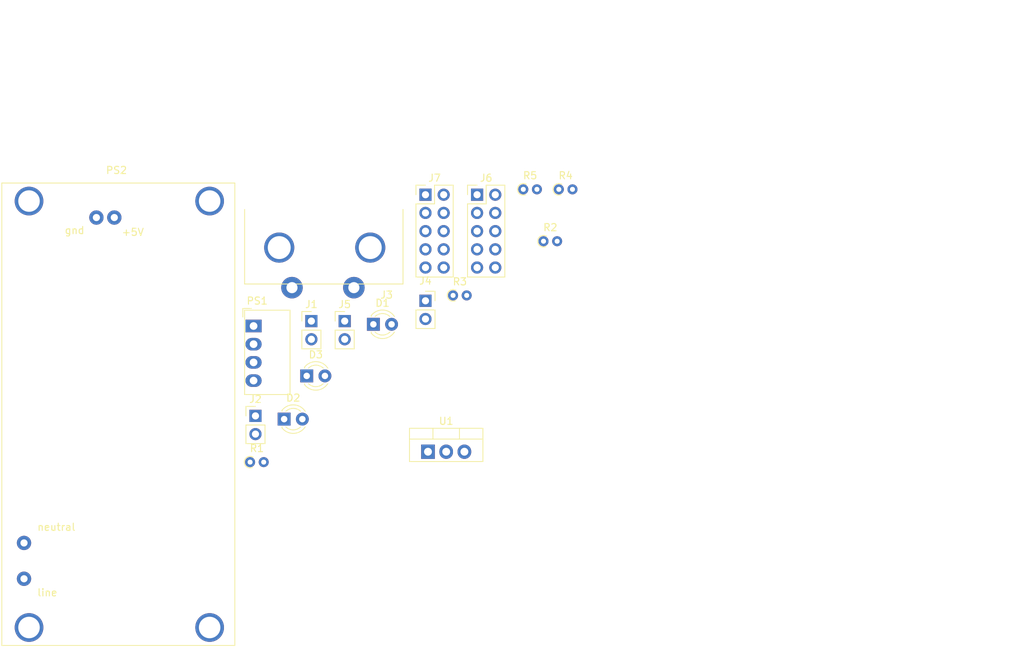
<source format=kicad_pcb>
(kicad_pcb (version 20211014) (generator pcbnew)
  (layers (0 "F.Cu" signal) (31 "B.Cu" signal) (34 "B.Paste" user) (35 "F.Paste" user) (36 "B.SilkS" user "B.Silkscreen") (37 "F.SilkS" user "F.Silkscreen") (38 "B.Mask" user) (39 "F.Mask" user) (44 "Edge.Cuts" user))
  (net 0 "")
  (net 1 "Net-(D1-Pad1)")
  (net 2 "/+12V")
  (net 3 "Net-(D2-Pad1)")
  (net 4 "/+5V")
  (net 5 "Net-(D3-Pad1)")
  (net 6 "/+3.3V")
  (net 7 "Net-(J1-Pad2)")
  (net 8 "Net-(J2-Pad1)")
  (net 9 "LINE")
  (net 10 "NEUT")
  (net 11 "Net-(J5-Pad2)")
  (net 12 "GND")
  (net 23 "Net-(R2-Pad1)")
  (footprint "Connector_PinHeader_2.54mm:PinHeader_1x02_P2.54mm_Vertical" (layer "F.Cu") (at 70.09 37.65)
    (fp_text reference "J1" (at 0 -2.33) (layer "F.SilkS"))
    (fp_text value "Enable 12V")
    (fp_line (start -1.33 1.27) (end -1.33 3.87) (layer "F.SilkS") (width 0.12))
    (fp_line (start 1.33 1.27) (end 1.33 3.87) (layer "F.SilkS") (width 0.12))
    (fp_line (start -1.33 0) (end -1.33 -1.33) (layer "F.SilkS") (width 0.12))
    (fp_line (start -1.33 3.87) (end 1.33 3.87) (layer "F.SilkS") (width 0.12))
    (fp_line (start -1.33 -1.33) (end 0 -1.33) (layer "F.SilkS") (width 0.12))
    (fp_line (start -1.33 1.27) (end 1.33 1.27) (layer "F.SilkS") (width 0.12))
    (pad "1" thru_hole rect (at 0 0) (size 1.7 1.7) (drill 1) (layers *.Cu *.Mask) (net 4 "/+5V"))
    (pad "2" thru_hole oval (at 0 2.54) (size 1.7 1.7) (drill 1) (layers *.Cu *.Mask) (net 7 "Net-(J1-Pad2)"))
  )
  (footprint "MyStuff:IEC60320_2pin" (layer "F.Cu") (at 60.779 32.479)
    (fp_text reference "J3" (at 19.812 1.524) (layer "F.SilkS"))
    (fp_text value "Mains")
    (fp_line (start 22.098 0) (end 22.098 -10.414) (layer "F.SilkS") (width 0.12))
    (fp_line (start 0 -10.414) (end 0 0) (layer "F.SilkS") (width 0.12))
    (fp_line (start 0 0) (end 22.098 0) (layer "F.SilkS") (width 0.12))
    (pad "" thru_hole circle locked (at 4.826 -5.08) (size 4.2 4.2) (drill 3.2) (layers *.Cu *.Mask))
    (pad "" thru_hole circle locked (at 17.526 -5.08) (size 4.2 4.2) (drill 3.2) (layers *.Cu *.Mask))
    (pad "1" thru_hole circle locked (at 6.604 0.508) (size 3 3) (drill 1.55) (layers *.Cu *.Mask) (net 10 "NEUT"))
    (pad "2" thru_hole circle locked (at 15.24 0.508) (size 3 3) (drill 1.55) (layers *.Cu *.Mask) (net 9 "LINE"))
  )
  (footprint "Connector_PinSocket_2.54mm:PinSocket_1x02_P2.54mm_Vertical" (layer "F.Cu") (at 86.01 34.82)
    (fp_text reference "J4" (at 0 -2.77) (layer "F.SilkS"))
    (fp_text value "Ext switch")
    (fp_line (start -1.33 1.27) (end 1.33 1.27) (layer "F.SilkS") (width 0.12))
    (fp_line (start 1.33 1.27) (end 1.33 3.87) (layer "F.SilkS") (width 0.12))
    (fp_line (start 1.33 -1.33) (end 1.33 0) (layer "F.SilkS") (width 0.12))
    (fp_line (start -1.33 3.87) (end 1.33 3.87) (layer "F.SilkS") (width 0.12))
    (fp_line (start 0 -1.33) (end 1.33 -1.33) (layer "F.SilkS") (width 0.12))
    (fp_line (start -1.33 1.27) (end -1.33 3.87) (layer "F.SilkS") (width 0.12))
    (pad "1" thru_hole rect (at 0 0) (size 1.7 1.7) (drill 1) (layers *.Cu *.Mask) (net 8 "Net-(J2-Pad1)"))
    (pad "2" thru_hole oval (at 0 2.54) (size 1.7 1.7) (drill 1) (layers *.Cu *.Mask) (net 9 "LINE"))
  )
  (footprint "Connector_PinHeader_2.54mm:PinHeader_2x05_P2.54mm_Vertical" (layer "F.Cu") (at 86.01 20.02)
    (fp_text reference "J7" (at 1.27 -2.33) (layer "F.SilkS"))
    (fp_text value "Mech support")
    (fp_line (start 1.27 -1.33) (end 3.87 -1.33) (layer "F.SilkS") (width 0.12))
    (fp_line (start 1.27 1.27) (end 1.27 -1.33) (layer "F.SilkS") (width 0.12))
    (fp_line (start -1.33 0) (end -1.33 -1.33) (layer "F.SilkS") (width 0.12))
    (fp_line (start 3.87 -1.33) (end 3.87 11.49) (layer "F.SilkS") (width 0.12))
    (fp_line (start -1.33 1.27) (end -1.33 11.49) (layer "F.SilkS") (width 0.12))
    (fp_line (start -1.33 1.27) (end 1.27 1.27) (layer "F.SilkS") (width 0.12))
    (fp_line (start -1.33 11.49) (end 3.87 11.49) (layer "F.SilkS") (width 0.12))
    (fp_line (start -1.33 -1.33) (end 0 -1.33) (layer "F.SilkS") (width 0.12))
    (pad "1" thru_hole rect (at 0 0) (size 1.7 1.7) (drill 1) (layers *.Cu *.Mask))
    (pad "2" thru_hole oval (at 2.54 0) (size 1.7 1.7) (drill 1) (layers *.Cu *.Mask))
    (pad "3" thru_hole oval (at 0 2.54) (size 1.7 1.7) (drill 1) (layers *.Cu *.Mask))
    (pad "4" thru_hole oval (at 2.54 2.54) (size 1.7 1.7) (drill 1) (layers *.Cu *.Mask))
    (pad "5" thru_hole oval (at 0 5.08) (size 1.7 1.7) (drill 1) (layers *.Cu *.Mask))
    (pad "6" thru_hole oval (at 2.54 5.08) (size 1.7 1.7) (drill 1) (layers *.Cu *.Mask))
    (pad "7" thru_hole oval (at 0 7.62) (size 1.7 1.7) (drill 1) (layers *.Cu *.Mask))
    (pad "8" thru_hole oval (at 2.54 7.62) (size 1.7 1.7) (drill 1) (layers *.Cu *.Mask))
    (pad "9" thru_hole oval (at 0 10.16) (size 1.7 1.7) (drill 1) (layers *.Cu *.Mask))
    (pad "10" thru_hole oval (at 2.54 10.16) (size 1.7 1.7) (drill 1) (layers *.Cu *.Mask))
  )
  (footprint "Resistor_THT:R_Axial_DIN0204_L3.6mm_D1.6mm_P1.90mm_Vertical" (layer "F.Cu") (at 104.62 19.27)
    (fp_text reference "R4" (at 0.95 -1.92) (layer "F.SilkS"))
    (fp_text value "240")
    (fp_arc (start 0.320095 0.749359) (mid -0.813042 -0.054435) (end 0.417133 -0.7) (layer "F.SilkS") (width 0.12))
    (pad "1" thru_hole circle (at 0 0) (size 1.4 1.4) (drill 0.7) (layers *.Cu *.Mask) (net 23 "Net-(R2-Pad1)"))
    (pad "2" thru_hole oval (at 1.9 0) (size 1.4 1.4) (drill 0.7) (layers *.Cu *.Mask) (net 6 "/+3.3V"))
  )
  (footprint "LED_THT:LED_D3.0mm" (layer "F.Cu") (at 66.29 51.33)
    (fp_text reference "D2" (at 1.27 -2.96) (layer "F.SilkS"))
    (fp_text value "LED")
    (fp_line (start -0.29 1.08) (end -0.29 1.236) (layer "F.SilkS") (width 0.12))
    (fp_line (start -0.29 -1.236) (end -0.29 -1.08) (layer "F.SilkS") (width 0.12))
    (fp_arc (start 0.229039 -1.08) (mid 1.270117 -1.5) (end 2.31113 -1.079837) (layer "F.SilkS") (width 0.12))
    (fp_arc (start 2.31113 1.079837) (mid 1.270117 1.5) (end 0.229039 1.08) (layer "F.SilkS") (width 0.12))
    (fp_arc (start -0.29 -1.235516) (mid 1.366487 -1.987659) (end 2.942335 -1.078608) (layer "F.SilkS") (width 0.12))
    (fp_arc (start 2.942335 1.078608) (mid 1.366487 1.987659) (end -0.29 1.235516) (layer "F.SilkS") (width 0.12))
    (pad "1" thru_hole rect (at 0 0) (size 1.8 1.8) (drill 0.9) (layers *.Cu *.Mask) (net 3 "Net-(D2-Pad1)"))
    (pad "2" thru_hole circle (at 2.54 0) (size 1.8 1.8) (drill 0.9) (layers *.Cu *.Mask) (net 4 "/+5V"))
  )
  (footprint "Connector_PinHeader_2.54mm:PinHeader_1x02_P2.54mm_Vertical" (layer "F.Cu") (at 74.74 37.65)
    (fp_text reference "J5" (at 0 -2.33) (layer "F.SilkS"))
    (fp_text value "Enable 3V3")
    (fp_line (start -1.33 1.27) (end -1.33 3.87) (layer "F.SilkS") (width 0.12))
    (fp_line (start -1.33 -1.33) (end 0 -1.33) (layer "F.SilkS") (width 0.12))
    (fp_line (start -1.33 0) (end -1.33 -1.33) (layer "F.SilkS") (width 0.12))
    (fp_line (start -1.33 1.27) (end 1.33 1.27) (layer "F.SilkS") (width 0.12))
    (fp_line (start 1.33 1.27) (end 1.33 3.87) (layer "F.SilkS") (width 0.12))
    (fp_line (start -1.33 3.87) (end 1.33 3.87) (layer "F.SilkS") (width 0.12))
    (pad "1" thru_hole rect (at 0 0) (size 1.7 1.7) (drill 1) (layers *.Cu *.Mask) (net 4 "/+5V"))
    (pad "2" thru_hole oval (at 0 2.54) (size 1.7 1.7) (drill 1) (layers *.Cu *.Mask) (net 11 "Net-(J5-Pad2)"))
  )
  (footprint "MyStuff:Converter_ACDC_5V_10W_XPJ-01B" (layer "F.Cu") (at 26.895 82.905)
    (fp_text reference "PS2" (at 16.002 -66.294) (layer "F.SilkS"))
    (fp_text value "XPJ-01B_5V_10W")
    (fp_text user "neutral" (at 7.62 -16.51) (layer "F.SilkS"))
    (fp_text user "+5V" (at 18.288 -57.658) (layer "F.SilkS"))
    (fp_text user "gnd" (at 10.16 -57.912) (layer "F.SilkS"))
    (fp_text user "line" (at 6.35 -7.366) (layer "F.SilkS"))
    (fp_line (start 32.512 -64.516) (end 0 -64.516) (layer "F.SilkS") (width 0.12))
    (fp_line (start 0 -64.516) (end 0 0) (layer "F.SilkS") (width 0.12))
    (fp_line (start 0 0) (end 32.512 0) (layer "F.SilkS") (width 0.12))
    (fp_line (start 32.512 -64.516) (end 32.512 0) (layer "F.SilkS") (width 0.12))
    (pad "" thru_hole circle locked (at 29 -2.5) (size 4 4) (drill 3) (layers *.Cu *.Mask))
    (pad "" thru_hole circle locked (at 3.8 -62) (size 4 4) (drill 3) (layers *.Cu *.Mask))
    (pad "" thru_hole circle locked (at 29 -62) (size 4 4) (drill 3) (layers *.Cu *.Mask))
    (pad "" thru_hole circle locked (at 3.8 -2.5) (size 4 4) (drill 3) (layers *.Cu *.Mask))
    (pad "1" thru_hole circle locked (at 3.1 -14.3) (size 2 2) (drill 1) (layers *.Cu *.Mask) (net 10 "NEUT"))
    (pad "2" thru_hole circle locked (at 3.1 -9.3) (size 2 2) (drill 1) (layers *.Cu *.Mask) (net 8 "Net-(J2-Pad1)"))
    (pad "3" thru_hole circle locked (at 13.2 -59.7) (size 2 2) (drill 1) (layers *.Cu *.Mask) (net 12 "GND"))
    (pad "4" thru_hole circle locked (at 15.7 -59.7) (size 2 2) (drill 1) (layers *.Cu *.Mask) (net 4 "/+5V"))
  )
  (footprint "Connector_PinHeader_2.54mm:PinHeader_1x02_P2.54mm_Vertical" (layer "F.Cu") (at 62.29 50.88)
    (fp_text reference "J2" (at 0 -2.33) (layer "F.SilkS"))
    (fp_text value "To switch")
    (fp_line (start -1.33 1.27) (end -1.33 3.87) (layer "F.SilkS") (width 0.12))
    (fp_line (start -1.33 3.87) (end 1.33 3.87) (layer "F.SilkS") (width 0.12))
    (fp_line (start -1.33 1.27) (end 1.33 1.27) (layer "F.SilkS") (width 0.12))
    (fp_line (start -1.33 -1.33) (end 0 -1.33) (layer "F.SilkS") (width 0.12))
    (fp_line (start -1.33 0) (end -1.33 -1.33) (layer "F.SilkS") (width 0.12))
    (fp_line (start 1.33 1.27) (end 1.33 3.87) (layer "F.SilkS") (width 0.12))
    (pad "1" thru_hole rect (at 0 0) (size 1.7 1.7) (drill 1) (layers *.Cu *.Mask) (net 8 "Net-(J2-Pad1)"))
    (pad "2" thru_hole oval (at 0 2.54) (size 1.7 1.7) (drill 1) (layers *.Cu *.Mask) (net 9 "LINE"))
  )
  (footprint "LED_THT:LED_D3.0mm" (layer "F.Cu") (at 69.44 45.3)
    (fp_text reference "D3" (at 1.27 -2.96) (layer "F.SilkS"))
    (fp_text value "LED")
    (fp_line (start -0.29 1.08) (end -0.29 1.236) (layer "F.SilkS") (width 0.12))
    (fp_line (start -0.29 -1.236) (end -0.29 -1.08) (layer "F.SilkS") (width 0.12))
    (fp_arc (start -0.29 -1.235516) (mid 1.366487 -1.987659) (end 2.942335 -1.078608) (layer "F.SilkS") (width 0.12))
    (fp_arc (start 2.31113 1.079837) (mid 1.270117 1.5) (end 0.229039 1.08) (layer "F.SilkS") (width 0.12))
    (fp_arc (start 2.942335 1.078608) (mid 1.366487 1.987659) (end -0.29 1.235516) (layer "F.SilkS") (width 0.12))
    (fp_arc (start 0.229039 -1.08) (mid 1.270117 -1.5) (end 2.31113 -1.079837) (layer "F.SilkS") (width 0.12))
    (pad "1" thru_hole rect (at 0 0) (size 1.8 1.8) (drill 0.9) (layers *.Cu *.Mask) (net 5 "Net-(D3-Pad1)"))
    (pad "2" thru_hole circle (at 2.54 0) (size 1.8 1.8) (drill 0.9) (layers *.Cu *.Mask) (net 6 "/+3.3V"))
  )
  (footprint "Resistor_THT:R_Axial_DIN0204_L3.6mm_D1.6mm_P1.90mm_Vertical" (layer "F.Cu") (at 89.86 34.07)
    (fp_text reference "R3" (at 0.95 -1.92) (layer "F.SilkS"))
    (fp_text value "330")
    (fp_arc (start 0.320095 0.749359) (mid -0.813042 -0.054435) (end 0.417133 -0.7) (layer "F.SilkS") (width 0.12))
    (pad "1" thru_hole circle (at 0 0) (size 1.4 1.4) (drill 0.7) (layers *.Cu *.Mask) (net 3 "Net-(D2-Pad1)"))
    (pad "2" thru_hole oval (at 1.9 0) (size 1.4 1.4) (drill 0.7) (layers *.Cu *.Mask) (net 12 "GND"))
  )
  (footprint "Resistor_THT:R_Axial_DIN0204_L3.6mm_D1.6mm_P1.90mm_Vertical" (layer "F.Cu") (at 102.48 26.51)
    (fp_text reference "R2" (at 0.95 -1.92) (layer "F.SilkS"))
    (fp_text value "400")
    (fp_arc (start 0.320095 0.749359) (mid -0.813042 -0.054435) (end 0.417133 -0.7) (layer "F.SilkS") (width 0.12))
    (pad "1" thru_hole circle (at 0 0) (size 1.4 1.4) (drill 0.7) (layers *.Cu *.Mask) (net 23 "Net-(R2-Pad1)"))
    (pad "2" thru_hole oval (at 1.9 0) (size 1.4 1.4) (drill 0.7) (layers *.Cu *.Mask) (net 12 "GND"))
  )
  (footprint "LED_THT:LED_D3.0mm" (layer "F.Cu") (at 78.74 38.1)
    (fp_text reference "D1" (at 1.27 -2.96) (layer "F.SilkS"))
    (fp_text value "LED")
    (fp_line (start -0.29 1.08) (end -0.29 1.236) (layer "F.SilkS") (width 0.12))
    (fp_line (start -0.29 -1.236) (end -0.29 -1.08) (layer "F.SilkS") (width 0.12))
    (fp_arc (start -0.29 -1.235516) (mid 1.366487 -1.987659) (end 2.942335 -1.078608) (layer "F.SilkS") (width 0.12))
    (fp_arc (start 2.942335 1.078608) (mid 1.366487 1.987659) (end -0.29 1.235516) (layer "F.SilkS") (width 0.12))
    (fp_arc (start 0.229039 -1.08) (mid 1.270117 -1.5) (end 2.31113 -1.079837) (layer "F.SilkS") (width 0.12))
    (fp_arc (start 2.31113 1.079837) (mid 1.270117 1.5) (end 0.229039 1.08) (layer "F.SilkS") (width 0.12))
    (pad "1" thru_hole rect (at 0 0) (size 1.8 1.8) (drill 0.9) (layers *.Cu *.Mask) (net 1 "Net-(D1-Pad1)"))
    (pad "2" thru_hole circle (at 2.54 0) (size 1.8 1.8) (drill 0.9) (layers *.Cu *.Mask) (net 2 "/+12V"))
  )
  (footprint "Resistor_THT:R_Axial_DIN0204_L3.6mm_D1.6mm_P1.90mm_Vertical" (layer "F.Cu") (at 61.54 57.33)
    (fp_text reference "R1" (at 0.95 -1.92) (layer "F.SilkS"))
    (fp_text value "1k2")
    (fp_arc (start 0.320095 0.749359) (mid -0.813042 -0.054435) (end 0.417133 -0.7) (layer "F.SilkS") (width 0.12))
    (pad "1" thru_hole circle (at 0 0) (size 1.4 1.4) (drill 0.7) (layers *.Cu *.Mask) (net 1 "Net-(D1-Pad1)"))
    (pad "2" thru_hole oval (at 1.9 0) (size 1.4 1.4) (drill 0.7) (layers *.Cu *.Mask) (net 12 "GND"))
  )
  (footprint "Connector_PinHeader_2.54mm:PinHeader_2x05_P2.54mm_Vertical" (layer "F.Cu") (at 93.21 20.02)
    (fp_text reference "J6" (at 1.27 -2.33) (layer "F.SilkS"))
    (fp_text value "Power bus")
    (fp_line (start 1.27 1.27) (end 1.27 -1.33) (layer "F.SilkS") (width 0.12))
    (fp_line (start -1.33 11.49) (end 3.87 11.49) (layer "F.SilkS") (width 0.12))
    (fp_line (start -1.33 1.27) (end 1.27 1.27) (layer "F.SilkS") (width 0.12))
    (fp_line (start -1.33 0) (end -1.33 -1.33) (layer "F.SilkS") (width 0.12))
    (fp_line (start -1.33 -1.33) (end 0 -1.33) (layer "F.SilkS") (width 0.12))
    (fp_line (start -1.33 1.27) (end -1.33 11.49) (layer "F.SilkS") (width 0.12))
    (fp_line (start 1.27 -1.33) (end 3.87 -1.33) (layer "F.SilkS") (width 0.12))
    (fp_line (start 3.87 -1.33) (end 3.87 11.49) (layer "F.SilkS") (width 0.12))
    (pad "1" thru_hole rect (at 0 0) (size 1.7 1.7) (drill 1) (layers *.Cu *.Mask) (net 12 "GND"))
    (pad "2" thru_hole oval (at 2.54 0) (size 1.7 1.7) (drill 1) (layers *.Cu *.Mask) (net 12 "GND"))
    (pad "3" thru_hole oval (at 0 2.54) (size 1.7 1.7) (drill 1) (layers *.Cu *.Mask) (net 4 "/+5V"))
    (pad "4" thru_hole oval (at 2.54 2.54) (size 1.7 1.7) (drill 1) (layers *.Cu *.Mask) (net 4 "/+5V"))
    (pad "5" thru_hole oval (at 0 5.08) (size 1.7 1.7) (drill 1) (layers *.Cu *.Mask) (net 2 "/+12V"))
    (pad "6" thru_hole oval (at 2.54 5.08) (size 1.7 1.7) (drill 1) (layers *.Cu *.Mask) (net 2 "/+12V"))
    (pad "7" thru_hole oval (at 0 7.62) (size 1.7 1.7) (drill 1) (layers *.Cu *.Mask) (net 6 "/+3.3V"))
    (pad "8" thru_hole oval (at 2.54 7.62) (size 1.7 1.7) (drill 1) (layers *.Cu *.Mask) (net 6 "/+3.3V"))
    (pad "9" thru_hole oval (at 0 10.16) (size 1.7 1.7) (drill 1) (layers *.Cu *.Mask) (net 12 "GND"))
    (pad "10" thru_hole oval (at 2.54 10.16) (size 1.7 1.7) (drill 1) (layers *.Cu *.Mask) (net 12 "GND"))
  )
  (footprint "Resistor_THT:R_Axial_DIN0204_L3.6mm_D1.6mm_P1.90mm_Vertical" (layer "F.Cu") (at 99.66 19.27)
    (fp_text reference "R5" (at 0.95 -1.92) (layer "F.SilkS"))
    (fp_text value "150")
    (fp_arc (start 0.320095 0.749359) (mid -0.813042 -0.054435) (end 0.417133 -0.7) (layer "F.SilkS") (width 0.12))
    (pad "1" thru_hole circle (at 0 0) (size 1.4 1.4) (drill 0.7) (layers *.Cu *.Mask) (net 5 "Net-(D3-Pad1)"))
    (pad "2" thru_hole oval (at 1.9 0) (size 1.4 1.4) (drill 0.7) (layers *.Cu *.Mask) (net 12 "GND"))
  )
  (footprint "Converter_DCDC:Converter_DCDC_Murata_MEE1SxxxxSC_THT" (layer "F.Cu") (at 62.025 38.335)
    (fp_text reference "PS1" (at 0.5 -3.5 180) (layer "F.SilkS"))
    (fp_text value "MEE1S0512SC")
    (fp_line (start 5.09 -2.2) (end -1.25 -2.2) (layer "F.SilkS") (width 0.12))
    (fp_line (start -0.3 -2.45) (end -1.5 -2.45) (layer "F.SilkS") (width 0.12))
    (fp_line (start -1.25 -2.2) (end -1.25 9.57) (layer "F.SilkS") (width 0.12))
    (fp_line (start 5.09 9.57) (end -1.25 9.57) (layer "F.SilkS") (width 0.12))
    (fp_line (start -1.5 -2.45) (end -1.5 -1.25) (layer "F.SilkS") (width 0.12))
    (fp_line (start 5.09 -2.2) (end 5.09 9.57) (layer "F.SilkS") (width 0.12))
    (pad "1" thru_hole rect (at 0 0 270) (size 1.75 2.25) (drill 1.075) (layers *.Cu *.Mask) (net 12 "GND"))
    (pad "2" thru_hole oval (at 0 2.54 270) (size 1.75 2.25) (drill 1.075) (layers *.Cu *.Mask) (net 7 "Net-(J1-Pad2)"))
    (pad "3" thru_hole oval (at 0 5.08 270) (size 1.75 2.25) (drill 1.075) (layers *.Cu *.Mask) (net 12 "GND"))
    (pad "4" thru_hole oval (at 0 7.62 270) (size 1.75 2.25) (drill 1.075) (layers *.Cu *.Mask) (net 2 "/+12V"))
  )
  (footprint "Package_TO_SOT_THT:TO-220-3_Vertical" (layer "F.Cu") (at 86.36 55.88)
    (fp_text reference "U1" (at 2.54 -4.27) (layer "F.SilkS"))
    (fp_text value "LM317_TO-220")
    (fp_line (start 4.391 -3.27) (end 4.391 -1.76) (layer "F.SilkS") (width 0.12))
    (fp_line (start -2.58 -3.27) (end 7.66 -3.27) (layer "F.SilkS") (width 0.12))
    (fp_line (start 7.66 -3.27) (end 7.66 1.371) (layer "F.SilkS") (width 0.12))
    (fp_line (start -2.58 1.371) (end 7.66 1.371) (layer "F.SilkS") (width 0.12))
    (fp_line (start -2.58 -3.27) (end -2.58 1.371) (layer "F.SilkS") (width 0.12))
    (fp_line (start -2.58 -1.76) (end 7.66 -1.76) (layer "F.SilkS") (width 0.12))
    (fp_line (start 0.69 -3.27) (end 0.69 -1.76) (layer "F.SilkS") (width 0.12))
    (pad "1" thru_hole rect (at 0 0) (size 1.905 2) (drill 1.1) (layers *.Cu *.Mask) (net 23 "Net-(R2-Pad1)"))
    (pad "2" thru_hole oval (at 2.54 0) (size 1.905 2) (drill 1.1) (layers *.Cu *.Mask) (net 6 "/+3.3V"))
    (pad "3" thru_hole oval (at 5.08 0) (size 1.905 2) (drill 1.1) (layers *.Cu *.Mask) (net 11 "Net-(J5-Pad2)"))
  )
)
</source>
